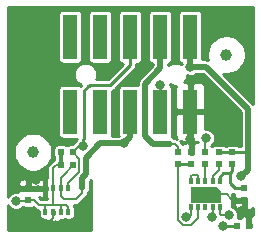
<source format=gbr>
G04 #@! TF.GenerationSoftware,KiCad,Pcbnew,5.1.0-rc2-unknown-4612175~81~ubuntu18.04.1*
G04 #@! TF.CreationDate,2019-03-08T09:09:48+02:00*
G04 #@! TF.ProjectId,MOD-ENV_revB,4d4f442d-454e-4565-9f72-6576422e6b69,rev?*
G04 #@! TF.SameCoordinates,Original*
G04 #@! TF.FileFunction,Copper,L1,Top*
G04 #@! TF.FilePolarity,Positive*
%FSLAX46Y46*%
G04 Gerber Fmt 4.6, Leading zero omitted, Abs format (unit mm)*
G04 Created by KiCad (PCBNEW 5.1.0-rc2-unknown-4612175~81~ubuntu18.04.1) date 2019-03-08 09:09:48*
%MOMM*%
%LPD*%
G04 APERTURE LIST*
%ADD10C,0.010000*%
%ADD11R,1.270000X3.810000*%
%ADD12R,0.550000X0.500000*%
%ADD13R,0.500000X0.550000*%
%ADD14R,0.300000X0.600000*%
%ADD15R,1.800000X1.200000*%
%ADD16R,0.325000X0.500000*%
%ADD17C,1.000000*%
%ADD18C,0.800000*%
%ADD19C,0.203200*%
%ADD20C,0.508000*%
%ADD21C,0.250000*%
%ADD22C,0.355600*%
%ADD23C,0.254000*%
G04 APERTURE END LIST*
D10*
G36*
X95515000Y-72831400D02*
G01*
X95815000Y-73131400D01*
X95815000Y-74031400D01*
X93415000Y-74031400D01*
X93415000Y-72831400D01*
X95515000Y-72831400D01*
G37*
X95515000Y-72831400D02*
X95815000Y-73131400D01*
X95815000Y-74031400D01*
X93415000Y-74031400D01*
X93415000Y-72831400D01*
X95515000Y-72831400D01*
D11*
X93345000Y-60071000D03*
X93345000Y-66421000D03*
X90805000Y-60071000D03*
X90805000Y-66421000D03*
X88265000Y-60071000D03*
X88265000Y-66421000D03*
X85725000Y-60071000D03*
X85725000Y-66421000D03*
X83185000Y-60071000D03*
X83185000Y-66421000D03*
D12*
X93421200Y-69850000D03*
X93421200Y-70866000D03*
D13*
X82382848Y-69837073D03*
X83398848Y-69837073D03*
X82382848Y-70980073D03*
X83398848Y-70980073D03*
D12*
X92278200Y-69850000D03*
X92278200Y-70866000D03*
X94615000Y-69850000D03*
X94615000Y-70866000D03*
X95758000Y-69850000D03*
X95758000Y-70866000D03*
X97917000Y-72898000D03*
X97917000Y-73914000D03*
X96901000Y-70866000D03*
X96901000Y-69850000D03*
D14*
X94015000Y-74531400D03*
X93415000Y-74531400D03*
X95215000Y-74531400D03*
X95815000Y-74531400D03*
X94615000Y-74531400D03*
X93415000Y-72331400D03*
X94015000Y-72331400D03*
X94615000Y-72331400D03*
X95215000Y-72331400D03*
D15*
X94615000Y-73431400D03*
D14*
X95815000Y-72331400D03*
D16*
X81067000Y-74939000D03*
X81717000Y-74939000D03*
X82367000Y-74939000D03*
X83017000Y-74939000D03*
X83017000Y-72889000D03*
X82367000Y-72889000D03*
X81717000Y-72889000D03*
X81067000Y-72889000D03*
D13*
X98298000Y-76073000D03*
X97282000Y-76073000D03*
D12*
X79629000Y-72898000D03*
X79629000Y-73914000D03*
D17*
X80010000Y-69850000D03*
X96393000Y-61595000D03*
D18*
X80289400Y-72186800D03*
X97663000Y-74853800D03*
X93345000Y-68707000D03*
X79462707Y-75651079D03*
X97663000Y-71907400D03*
X78587600Y-73964800D03*
X93012478Y-75310740D03*
X93345000Y-62636400D03*
X96076541Y-76137541D03*
X95167899Y-75359740D03*
X87680800Y-69113400D03*
X96596200Y-75209400D03*
X84270223Y-69335023D03*
X90805000Y-64135000D03*
X94665800Y-68656200D03*
D19*
X81067000Y-72889000D02*
X81067000Y-72329400D01*
X81067000Y-72329400D02*
X80924400Y-72186800D01*
X79629000Y-72313800D02*
X79629000Y-72898000D01*
X79756000Y-72186800D02*
X79629000Y-72313800D01*
X80289400Y-72186800D02*
X79756000Y-72186800D01*
X80924400Y-72186800D02*
X80289400Y-72186800D01*
X94615000Y-73431400D02*
X95718200Y-73431400D01*
X95718200Y-73431400D02*
X95808800Y-73431400D01*
D20*
X93345000Y-66421000D02*
X93345000Y-68707000D01*
D19*
X81458121Y-75651079D02*
X80028392Y-75651079D01*
X80028392Y-75651079D02*
X79462707Y-75651079D01*
X81717000Y-75392200D02*
X81458121Y-75651079D01*
X81717000Y-74939000D02*
X81717000Y-75392200D01*
X95718200Y-73431400D02*
X96418400Y-73431400D01*
X96418400Y-73431400D02*
X96774000Y-73787000D01*
D21*
X93421200Y-68783200D02*
X93345000Y-68707000D01*
X93421200Y-69850000D02*
X93421200Y-68783200D01*
X98298000Y-75488800D02*
X97663000Y-74853800D01*
X98298000Y-76073000D02*
X98298000Y-75488800D01*
X96901000Y-73914000D02*
X97917000Y-73914000D01*
X96774000Y-73787000D02*
X96901000Y-73914000D01*
X97917000Y-74320400D02*
X97917000Y-73914000D01*
X97663000Y-74853800D02*
X97663000Y-74574400D01*
X97663000Y-74574400D02*
X97917000Y-74320400D01*
D19*
X80513600Y-74320400D02*
X80107200Y-73914000D01*
X83017000Y-74485800D02*
X82851600Y-74320400D01*
X80107200Y-73914000D02*
X79629000Y-73914000D01*
X83017000Y-74939000D02*
X83017000Y-74485800D01*
X81067000Y-74939000D02*
X81067000Y-74330200D01*
X81067000Y-74330200D02*
X81076800Y-74320400D01*
X81076800Y-74320400D02*
X80513600Y-74320400D01*
X82367000Y-74485800D02*
X82372200Y-74480600D01*
X82367000Y-74939000D02*
X82367000Y-74485800D01*
X82851600Y-74320400D02*
X82372200Y-74320400D01*
X82372200Y-74480600D02*
X82372200Y-74320400D01*
X81717000Y-74300200D02*
X81737200Y-74320400D01*
X82372200Y-74320400D02*
X81737200Y-74320400D01*
X81717000Y-72889000D02*
X81717000Y-74300200D01*
X81737200Y-74320400D02*
X81076800Y-74320400D01*
X81929648Y-70980073D02*
X82382848Y-70980073D01*
X81717000Y-72889000D02*
X81717000Y-71192721D01*
X81717000Y-71192721D02*
X81929648Y-70980073D01*
D22*
X82382848Y-69837073D02*
X82382848Y-70980073D01*
D19*
X79578200Y-73964800D02*
X79629000Y-73914000D01*
X78587600Y-73964800D02*
X79578200Y-73964800D01*
D20*
X93345000Y-60071000D02*
X93345000Y-61341000D01*
X93345000Y-60071000D02*
X93345000Y-62636400D01*
X98062999Y-71507401D02*
X97663000Y-71907400D01*
X94640400Y-62636400D02*
X98221800Y-66217800D01*
X98221800Y-71348600D02*
X98062999Y-71507401D01*
X93345000Y-62636400D02*
X94640400Y-62636400D01*
D21*
X96141082Y-76073000D02*
X96076541Y-76137541D01*
X97282000Y-76073000D02*
X96141082Y-76073000D01*
X95758000Y-69850000D02*
X96901000Y-69850000D01*
X98145600Y-69850000D02*
X98221800Y-69773800D01*
X96901000Y-69850000D02*
X98145600Y-69850000D01*
D20*
X98221800Y-66217800D02*
X98221800Y-69773800D01*
X98221800Y-69773800D02*
X98221800Y-71348600D01*
D19*
X93243660Y-75310740D02*
X93012478Y-75310740D01*
X93415000Y-74531400D02*
X93415000Y-75139400D01*
X93415000Y-75139400D02*
X93243660Y-75310740D01*
X82367000Y-72011921D02*
X82623921Y-71755000D01*
X82367000Y-72889000D02*
X82367000Y-72011921D01*
X82623921Y-71755000D02*
X83398848Y-70980073D01*
D20*
X88265000Y-68529200D02*
X87680800Y-69113400D01*
X88265000Y-66421000D02*
X88265000Y-68529200D01*
D19*
X82367000Y-72889000D02*
X82367000Y-73604000D01*
X82367000Y-73604000D02*
X82600800Y-73837800D01*
X82600800Y-73837800D02*
X83642200Y-73837800D01*
X84175600Y-73304400D02*
X84175600Y-72923400D01*
X83642200Y-73837800D02*
X84175600Y-73304400D01*
X95215000Y-74531400D02*
X95215000Y-75312639D01*
X95215000Y-75312639D02*
X95167899Y-75359740D01*
D20*
X84175600Y-72056956D02*
X84175600Y-72923400D01*
X84506059Y-71726496D02*
X84175600Y-72056956D01*
X84506059Y-70306941D02*
X84506059Y-71726496D01*
X87680800Y-69113400D02*
X85699600Y-69113400D01*
X85699600Y-69113400D02*
X84506059Y-70306941D01*
D19*
X83017000Y-72429803D02*
X83950449Y-71496354D01*
X83950449Y-70413674D02*
X83398848Y-69862073D01*
X83950449Y-71496354D02*
X83950449Y-70413674D01*
X83017000Y-72889000D02*
X83017000Y-72429803D01*
X83398848Y-69862073D02*
X83398848Y-69837073D01*
X95815000Y-74531400D02*
X95815000Y-75088600D01*
X95935800Y-75209400D02*
X96596200Y-75209400D01*
X95815000Y-75088600D02*
X95935800Y-75209400D01*
X83398848Y-69837073D02*
X83398848Y-69812073D01*
X83398848Y-69812073D02*
X83875898Y-69335023D01*
X83875898Y-69335023D02*
X84270223Y-69335023D01*
D21*
X84338163Y-64632837D02*
X84338163Y-68701398D01*
X88265000Y-62484000D02*
X86558001Y-64190999D01*
X88265000Y-60071000D02*
X88265000Y-62484000D01*
X86558001Y-64190999D02*
X84829999Y-64190999D01*
X84338163Y-68701398D02*
X84270223Y-68769338D01*
X84715001Y-64255999D02*
X84338163Y-64632837D01*
X84829999Y-64190999D02*
X84764999Y-64255999D01*
X84270223Y-68769338D02*
X84270223Y-69335023D01*
X84764999Y-64255999D02*
X84715001Y-64255999D01*
D19*
X94615000Y-68707000D02*
X94640400Y-68681600D01*
X94615000Y-69850000D02*
X94615000Y-68707000D01*
D20*
X94665800Y-68656200D02*
X94640400Y-68681600D01*
D21*
X90805000Y-66421000D02*
X90805000Y-64135000D01*
D19*
X92278200Y-69396800D02*
X92045600Y-69164200D01*
X92278200Y-69850000D02*
X92278200Y-69396800D01*
X92045600Y-69164200D02*
X91592400Y-69164200D01*
D20*
X90190998Y-69164200D02*
X89509600Y-68482802D01*
X91592400Y-69164200D02*
X90190998Y-69164200D01*
X89509600Y-68482802D02*
X89509600Y-64058800D01*
X90805000Y-62763400D02*
X90805000Y-60071000D01*
X89509600Y-64058800D02*
X90805000Y-62763400D01*
D19*
X95215000Y-72331400D02*
X95215000Y-71891600D01*
X95758000Y-71348600D02*
X95758000Y-70866000D01*
X95215000Y-71891600D02*
X95758000Y-71348600D01*
X94615000Y-70866000D02*
X94615000Y-72331400D01*
X94015000Y-75413450D02*
X94015000Y-74531400D01*
X93415849Y-76012601D02*
X94015000Y-75413450D01*
X92678035Y-76012601D02*
X93415849Y-76012601D01*
X92278200Y-70866000D02*
X92278200Y-75612766D01*
X92278200Y-75612766D02*
X92678035Y-76012601D01*
D21*
X92278200Y-70866000D02*
X93421200Y-70866000D01*
D19*
X93958000Y-71771200D02*
X94015000Y-71828200D01*
X93472000Y-71771200D02*
X93958000Y-71771200D01*
X94015000Y-71828200D02*
X94015000Y-72331400D01*
X93415000Y-71828200D02*
X93472000Y-71771200D01*
X93415000Y-72331400D02*
X93415000Y-71828200D01*
D21*
X95815000Y-72331400D02*
X95815000Y-71952000D01*
X95815000Y-71952000D02*
X96139000Y-71628000D01*
X96139000Y-71628000D02*
X96697800Y-71628000D01*
X96901000Y-71424800D02*
X96901000Y-70866000D01*
X96697800Y-71628000D02*
X96901000Y-71424800D01*
X96697800Y-71628000D02*
X96697800Y-72491600D01*
X97104200Y-72898000D02*
X97917000Y-72898000D01*
X96697800Y-72491600D02*
X97104200Y-72898000D01*
D23*
G36*
X84937600Y-76429000D02*
G01*
X77876000Y-76429000D01*
X77876000Y-75824000D01*
X81477000Y-75824000D01*
X81491958Y-75824000D01*
X81479482Y-75821518D01*
X81477000Y-75824000D01*
X77876000Y-75824000D01*
X77876000Y-74287697D01*
X77895487Y-74334742D01*
X77980958Y-74462659D01*
X78089741Y-74571442D01*
X78217658Y-74656913D01*
X78359791Y-74715787D01*
X78510678Y-74745800D01*
X78664522Y-74745800D01*
X78815409Y-74715787D01*
X78957542Y-74656913D01*
X79085459Y-74571442D01*
X79162988Y-74493913D01*
X79207492Y-74517701D01*
X79279311Y-74539487D01*
X79354000Y-74546843D01*
X79904000Y-74546843D01*
X79978689Y-74539487D01*
X80033547Y-74522846D01*
X80155583Y-74644882D01*
X80170699Y-74663301D01*
X80244185Y-74723609D01*
X80328023Y-74768422D01*
X80418994Y-74796017D01*
X80489893Y-74803000D01*
X80489902Y-74803000D01*
X80513599Y-74805334D01*
X80521657Y-74804540D01*
X80521657Y-75189000D01*
X80529013Y-75263689D01*
X80550799Y-75335508D01*
X80586178Y-75401696D01*
X80633789Y-75459711D01*
X80691804Y-75507322D01*
X80757992Y-75542701D01*
X80829811Y-75564487D01*
X80904500Y-75571843D01*
X81046599Y-75571843D01*
X81061263Y-75593789D01*
X81149711Y-75682237D01*
X81253715Y-75751730D01*
X81369277Y-75799597D01*
X81479482Y-75821518D01*
X81589998Y-75711002D01*
X81589998Y-75824000D01*
X81844002Y-75824000D01*
X81942042Y-75824000D01*
X81957000Y-75824000D01*
X81954518Y-75821518D01*
X81942042Y-75824000D01*
X81844002Y-75824000D01*
X81844002Y-75711002D01*
X81954518Y-75821518D01*
X82064723Y-75799597D01*
X82180285Y-75751730D01*
X82284289Y-75682237D01*
X82372737Y-75593789D01*
X82387401Y-75571843D01*
X82529500Y-75571843D01*
X82604189Y-75564487D01*
X82676008Y-75542701D01*
X82692000Y-75534153D01*
X82707992Y-75542701D01*
X82779811Y-75564487D01*
X82854500Y-75571843D01*
X83179500Y-75571843D01*
X83254189Y-75564487D01*
X83326008Y-75542701D01*
X83392196Y-75507322D01*
X83450211Y-75459711D01*
X83497822Y-75401696D01*
X83533201Y-75335508D01*
X83554987Y-75263689D01*
X83562343Y-75189000D01*
X83562343Y-74689000D01*
X83554987Y-74614311D01*
X83533201Y-74542492D01*
X83501718Y-74483592D01*
X83492617Y-74391193D01*
X83472206Y-74323907D01*
X83471142Y-74320400D01*
X83618495Y-74320400D01*
X83642200Y-74322735D01*
X83665905Y-74320400D01*
X83665907Y-74320400D01*
X83736806Y-74313417D01*
X83827777Y-74285822D01*
X83911615Y-74241009D01*
X83985101Y-74180701D01*
X84000217Y-74162282D01*
X84500087Y-73662413D01*
X84518501Y-73647301D01*
X84578809Y-73573815D01*
X84623622Y-73489977D01*
X84630610Y-73466941D01*
X84651217Y-73399007D01*
X84657282Y-73337424D01*
X84706137Y-73277894D01*
X84765102Y-73167580D01*
X84801412Y-73047882D01*
X84810600Y-72954592D01*
X84810600Y-72319980D01*
X84933015Y-72197565D01*
X84937600Y-72193802D01*
X84937600Y-76429000D01*
X84937600Y-76429000D01*
G37*
X84937600Y-76429000D02*
X77876000Y-76429000D01*
X77876000Y-75824000D01*
X81477000Y-75824000D01*
X81491958Y-75824000D01*
X81479482Y-75821518D01*
X81477000Y-75824000D01*
X77876000Y-75824000D01*
X77876000Y-74287697D01*
X77895487Y-74334742D01*
X77980958Y-74462659D01*
X78089741Y-74571442D01*
X78217658Y-74656913D01*
X78359791Y-74715787D01*
X78510678Y-74745800D01*
X78664522Y-74745800D01*
X78815409Y-74715787D01*
X78957542Y-74656913D01*
X79085459Y-74571442D01*
X79162988Y-74493913D01*
X79207492Y-74517701D01*
X79279311Y-74539487D01*
X79354000Y-74546843D01*
X79904000Y-74546843D01*
X79978689Y-74539487D01*
X80033547Y-74522846D01*
X80155583Y-74644882D01*
X80170699Y-74663301D01*
X80244185Y-74723609D01*
X80328023Y-74768422D01*
X80418994Y-74796017D01*
X80489893Y-74803000D01*
X80489902Y-74803000D01*
X80513599Y-74805334D01*
X80521657Y-74804540D01*
X80521657Y-75189000D01*
X80529013Y-75263689D01*
X80550799Y-75335508D01*
X80586178Y-75401696D01*
X80633789Y-75459711D01*
X80691804Y-75507322D01*
X80757992Y-75542701D01*
X80829811Y-75564487D01*
X80904500Y-75571843D01*
X81046599Y-75571843D01*
X81061263Y-75593789D01*
X81149711Y-75682237D01*
X81253715Y-75751730D01*
X81369277Y-75799597D01*
X81479482Y-75821518D01*
X81589998Y-75711002D01*
X81589998Y-75824000D01*
X81844002Y-75824000D01*
X81942042Y-75824000D01*
X81957000Y-75824000D01*
X81954518Y-75821518D01*
X81942042Y-75824000D01*
X81844002Y-75824000D01*
X81844002Y-75711002D01*
X81954518Y-75821518D01*
X82064723Y-75799597D01*
X82180285Y-75751730D01*
X82284289Y-75682237D01*
X82372737Y-75593789D01*
X82387401Y-75571843D01*
X82529500Y-75571843D01*
X82604189Y-75564487D01*
X82676008Y-75542701D01*
X82692000Y-75534153D01*
X82707992Y-75542701D01*
X82779811Y-75564487D01*
X82854500Y-75571843D01*
X83179500Y-75571843D01*
X83254189Y-75564487D01*
X83326008Y-75542701D01*
X83392196Y-75507322D01*
X83450211Y-75459711D01*
X83497822Y-75401696D01*
X83533201Y-75335508D01*
X83554987Y-75263689D01*
X83562343Y-75189000D01*
X83562343Y-74689000D01*
X83554987Y-74614311D01*
X83533201Y-74542492D01*
X83501718Y-74483592D01*
X83492617Y-74391193D01*
X83472206Y-74323907D01*
X83471142Y-74320400D01*
X83618495Y-74320400D01*
X83642200Y-74322735D01*
X83665905Y-74320400D01*
X83665907Y-74320400D01*
X83736806Y-74313417D01*
X83827777Y-74285822D01*
X83911615Y-74241009D01*
X83985101Y-74180701D01*
X84000217Y-74162282D01*
X84500087Y-73662413D01*
X84518501Y-73647301D01*
X84578809Y-73573815D01*
X84623622Y-73489977D01*
X84630610Y-73466941D01*
X84651217Y-73399007D01*
X84657282Y-73337424D01*
X84706137Y-73277894D01*
X84765102Y-73167580D01*
X84801412Y-73047882D01*
X84810600Y-72954592D01*
X84810600Y-72319980D01*
X84933015Y-72197565D01*
X84937600Y-72193802D01*
X84937600Y-76429000D01*
G36*
X96909625Y-73367745D02*
G01*
X96982260Y-73389778D01*
X97005006Y-73396678D01*
X97014894Y-73397652D01*
X97063042Y-73402394D01*
X97031403Y-73478777D01*
X97007000Y-73601458D01*
X97007000Y-73630250D01*
X97165750Y-73789000D01*
X97790000Y-73789000D01*
X97790000Y-73767000D01*
X98044000Y-73767000D01*
X98044000Y-73789000D01*
X98064000Y-73789000D01*
X98064000Y-74039000D01*
X98044000Y-74039000D01*
X98044000Y-74640250D01*
X98202750Y-74799000D01*
X98254542Y-74799000D01*
X98377223Y-74774597D01*
X98492785Y-74726730D01*
X98596789Y-74657237D01*
X98654001Y-74600025D01*
X98654001Y-75171645D01*
X98610542Y-75163000D01*
X98581750Y-75163000D01*
X98423000Y-75321750D01*
X98423000Y-75946000D01*
X98445000Y-75946000D01*
X98445000Y-76200000D01*
X98423000Y-76200000D01*
X98423000Y-76220000D01*
X98173000Y-76220000D01*
X98173000Y-76200000D01*
X98151000Y-76200000D01*
X98151000Y-75946000D01*
X98173000Y-75946000D01*
X98173000Y-75321750D01*
X98014250Y-75163000D01*
X97985458Y-75163000D01*
X97862777Y-75187403D01*
X97747215Y-75235270D01*
X97643211Y-75304763D01*
X97554763Y-75393211D01*
X97539599Y-75415905D01*
X97532000Y-75415157D01*
X97351573Y-75415157D01*
X97377200Y-75286322D01*
X97377200Y-75132478D01*
X97347187Y-74981591D01*
X97288313Y-74839458D01*
X97202842Y-74711541D01*
X97094059Y-74602758D01*
X96966142Y-74517287D01*
X96901000Y-74490304D01*
X96901000Y-74197750D01*
X97007000Y-74197750D01*
X97007000Y-74226542D01*
X97031403Y-74349223D01*
X97079270Y-74464785D01*
X97148763Y-74568789D01*
X97237211Y-74657237D01*
X97341215Y-74726730D01*
X97456777Y-74774597D01*
X97579458Y-74799000D01*
X97631250Y-74799000D01*
X97790000Y-74640250D01*
X97790000Y-74039000D01*
X97165750Y-74039000D01*
X97007000Y-74197750D01*
X96901000Y-74197750D01*
X96901000Y-73363135D01*
X96909625Y-73367745D01*
X96909625Y-73367745D01*
G37*
X96909625Y-73367745D02*
X96982260Y-73389778D01*
X97005006Y-73396678D01*
X97014894Y-73397652D01*
X97063042Y-73402394D01*
X97031403Y-73478777D01*
X97007000Y-73601458D01*
X97007000Y-73630250D01*
X97165750Y-73789000D01*
X97790000Y-73789000D01*
X97790000Y-73767000D01*
X98044000Y-73767000D01*
X98044000Y-73789000D01*
X98064000Y-73789000D01*
X98064000Y-74039000D01*
X98044000Y-74039000D01*
X98044000Y-74640250D01*
X98202750Y-74799000D01*
X98254542Y-74799000D01*
X98377223Y-74774597D01*
X98492785Y-74726730D01*
X98596789Y-74657237D01*
X98654001Y-74600025D01*
X98654001Y-75171645D01*
X98610542Y-75163000D01*
X98581750Y-75163000D01*
X98423000Y-75321750D01*
X98423000Y-75946000D01*
X98445000Y-75946000D01*
X98445000Y-76200000D01*
X98423000Y-76200000D01*
X98423000Y-76220000D01*
X98173000Y-76220000D01*
X98173000Y-76200000D01*
X98151000Y-76200000D01*
X98151000Y-75946000D01*
X98173000Y-75946000D01*
X98173000Y-75321750D01*
X98014250Y-75163000D01*
X97985458Y-75163000D01*
X97862777Y-75187403D01*
X97747215Y-75235270D01*
X97643211Y-75304763D01*
X97554763Y-75393211D01*
X97539599Y-75415905D01*
X97532000Y-75415157D01*
X97351573Y-75415157D01*
X97377200Y-75286322D01*
X97377200Y-75132478D01*
X97347187Y-74981591D01*
X97288313Y-74839458D01*
X97202842Y-74711541D01*
X97094059Y-74602758D01*
X96966142Y-74517287D01*
X96901000Y-74490304D01*
X96901000Y-74197750D01*
X97007000Y-74197750D01*
X97007000Y-74226542D01*
X97031403Y-74349223D01*
X97079270Y-74464785D01*
X97148763Y-74568789D01*
X97237211Y-74657237D01*
X97341215Y-74726730D01*
X97456777Y-74774597D01*
X97579458Y-74799000D01*
X97631250Y-74799000D01*
X97790000Y-74640250D01*
X97790000Y-74039000D01*
X97165750Y-74039000D01*
X97007000Y-74197750D01*
X96901000Y-74197750D01*
X96901000Y-73363135D01*
X96909625Y-73367745D01*
G36*
X81737199Y-74805335D02*
G01*
X81760904Y-74803000D01*
X81798250Y-74803000D01*
X81798250Y-74814000D01*
X81821657Y-74814000D01*
X81821657Y-75064000D01*
X81798250Y-75064000D01*
X81798250Y-75086000D01*
X81635750Y-75086000D01*
X81635750Y-75064000D01*
X81612343Y-75064000D01*
X81612343Y-74814000D01*
X81635750Y-74814000D01*
X81635750Y-74803000D01*
X81713494Y-74803000D01*
X81737199Y-74805335D01*
X81737199Y-74805335D01*
G37*
X81737199Y-74805335D02*
X81760904Y-74803000D01*
X81798250Y-74803000D01*
X81798250Y-74814000D01*
X81821657Y-74814000D01*
X81821657Y-75064000D01*
X81798250Y-75064000D01*
X81798250Y-75086000D01*
X81635750Y-75086000D01*
X81635750Y-75064000D01*
X81612343Y-75064000D01*
X81612343Y-74814000D01*
X81635750Y-74814000D01*
X81635750Y-74803000D01*
X81713494Y-74803000D01*
X81737199Y-74805335D01*
G36*
X98654000Y-65751035D02*
G01*
X98648762Y-65746736D01*
X96117391Y-63215366D01*
X96231179Y-63238000D01*
X96554821Y-63238000D01*
X96872245Y-63174861D01*
X97171252Y-63051008D01*
X97440352Y-62871202D01*
X97669202Y-62642352D01*
X97849008Y-62373252D01*
X97972861Y-62074245D01*
X98036000Y-61756821D01*
X98036000Y-61433179D01*
X97972861Y-61115755D01*
X97849008Y-60816748D01*
X97669202Y-60547648D01*
X97440352Y-60318798D01*
X97171252Y-60138992D01*
X96872245Y-60015139D01*
X96554821Y-59952000D01*
X96231179Y-59952000D01*
X95913755Y-60015139D01*
X95614748Y-60138992D01*
X95345648Y-60318798D01*
X95116798Y-60547648D01*
X94936992Y-60816748D01*
X94813139Y-61115755D01*
X94750000Y-61433179D01*
X94750000Y-61756821D01*
X94802763Y-62022079D01*
X94764882Y-62010588D01*
X94671592Y-62001400D01*
X94671581Y-62001400D01*
X94640400Y-61998329D01*
X94609219Y-62001400D01*
X94360341Y-62001400D01*
X94362843Y-61976000D01*
X94362843Y-58166000D01*
X94355487Y-58091311D01*
X94333701Y-58019492D01*
X94298322Y-57953304D01*
X94250711Y-57895289D01*
X94192696Y-57847678D01*
X94126508Y-57812299D01*
X94054689Y-57790513D01*
X93980000Y-57783157D01*
X92710000Y-57783157D01*
X92635311Y-57790513D01*
X92563492Y-57812299D01*
X92497304Y-57847678D01*
X92439289Y-57895289D01*
X92391678Y-57953304D01*
X92356299Y-58019492D01*
X92334513Y-58091311D01*
X92327157Y-58166000D01*
X92327157Y-61976000D01*
X92334513Y-62050689D01*
X92356299Y-62122508D01*
X92391678Y-62188696D01*
X92439289Y-62246711D01*
X92497304Y-62294322D01*
X92563492Y-62329701D01*
X92619636Y-62346732D01*
X92594013Y-62408591D01*
X92593247Y-62412443D01*
X92539678Y-62376649D01*
X92361147Y-62302699D01*
X92171620Y-62265000D01*
X91978380Y-62265000D01*
X91788853Y-62302699D01*
X91610322Y-62376649D01*
X91449649Y-62484007D01*
X91440000Y-62493656D01*
X91440000Y-62358843D01*
X91514689Y-62351487D01*
X91586508Y-62329701D01*
X91652696Y-62294322D01*
X91710711Y-62246711D01*
X91758322Y-62188696D01*
X91793701Y-62122508D01*
X91815487Y-62050689D01*
X91822843Y-61976000D01*
X91822843Y-58166000D01*
X91815487Y-58091311D01*
X91793701Y-58019492D01*
X91758322Y-57953304D01*
X91710711Y-57895289D01*
X91652696Y-57847678D01*
X91586508Y-57812299D01*
X91514689Y-57790513D01*
X91440000Y-57783157D01*
X90170000Y-57783157D01*
X90095311Y-57790513D01*
X90023492Y-57812299D01*
X89957304Y-57847678D01*
X89899289Y-57895289D01*
X89851678Y-57953304D01*
X89816299Y-58019492D01*
X89794513Y-58091311D01*
X89787157Y-58166000D01*
X89787157Y-61976000D01*
X89794513Y-62050689D01*
X89816299Y-62122508D01*
X89851678Y-62188696D01*
X89899289Y-62246711D01*
X89957304Y-62294322D01*
X90023492Y-62329701D01*
X90095311Y-62351487D01*
X90170000Y-62358843D01*
X90170000Y-62500375D01*
X89082646Y-63587730D01*
X89058416Y-63607615D01*
X89038532Y-63631844D01*
X88979063Y-63704307D01*
X88920098Y-63814621D01*
X88902890Y-63871351D01*
X88883789Y-63934318D01*
X88879928Y-63973520D01*
X88871529Y-64058800D01*
X88874601Y-64089991D01*
X88874601Y-64133157D01*
X87630000Y-64133157D01*
X87555311Y-64140513D01*
X87483492Y-64162299D01*
X87417304Y-64197678D01*
X87359289Y-64245289D01*
X87311678Y-64303304D01*
X87276299Y-64369492D01*
X87254513Y-64441311D01*
X87247157Y-64516000D01*
X87247157Y-68326000D01*
X87254513Y-68400689D01*
X87269204Y-68449119D01*
X87225382Y-68478400D01*
X86710552Y-68478400D01*
X86713701Y-68472508D01*
X86735487Y-68400689D01*
X86742843Y-68326000D01*
X86742843Y-64663696D01*
X86752576Y-64660744D01*
X86840480Y-64613758D01*
X86917528Y-64550526D01*
X86933377Y-64531214D01*
X88605220Y-62859372D01*
X88624527Y-62843527D01*
X88687759Y-62766479D01*
X88734745Y-62678575D01*
X88763678Y-62583193D01*
X88771000Y-62508854D01*
X88771000Y-62508847D01*
X88773447Y-62484001D01*
X88771000Y-62459155D01*
X88771000Y-62358843D01*
X88900000Y-62358843D01*
X88974689Y-62351487D01*
X89046508Y-62329701D01*
X89112696Y-62294322D01*
X89170711Y-62246711D01*
X89218322Y-62188696D01*
X89253701Y-62122508D01*
X89275487Y-62050689D01*
X89282843Y-61976000D01*
X89282843Y-58166000D01*
X89275487Y-58091311D01*
X89253701Y-58019492D01*
X89218322Y-57953304D01*
X89170711Y-57895289D01*
X89112696Y-57847678D01*
X89046508Y-57812299D01*
X88974689Y-57790513D01*
X88900000Y-57783157D01*
X87630000Y-57783157D01*
X87555311Y-57790513D01*
X87483492Y-57812299D01*
X87417304Y-57847678D01*
X87359289Y-57895289D01*
X87311678Y-57953304D01*
X87276299Y-58019492D01*
X87254513Y-58091311D01*
X87247157Y-58166000D01*
X87247157Y-61976000D01*
X87254513Y-62050689D01*
X87276299Y-62122508D01*
X87311678Y-62188696D01*
X87359289Y-62246711D01*
X87417304Y-62294322D01*
X87483492Y-62329701D01*
X87555311Y-62351487D01*
X87630000Y-62358843D01*
X87674565Y-62358843D01*
X86348410Y-63684999D01*
X85334988Y-63684999D01*
X85398301Y-63532147D01*
X85436000Y-63342620D01*
X85436000Y-63149380D01*
X85398301Y-62959853D01*
X85324351Y-62781322D01*
X85216993Y-62620649D01*
X85080351Y-62484007D01*
X84919678Y-62376649D01*
X84741147Y-62302699D01*
X84551620Y-62265000D01*
X84358380Y-62265000D01*
X84168853Y-62302699D01*
X83990322Y-62376649D01*
X83829649Y-62484007D01*
X83693007Y-62620649D01*
X83585649Y-62781322D01*
X83511699Y-62959853D01*
X83474000Y-63149380D01*
X83474000Y-63342620D01*
X83511699Y-63532147D01*
X83585649Y-63710678D01*
X83693007Y-63871351D01*
X83829649Y-64007993D01*
X83990322Y-64115351D01*
X84096201Y-64159208D01*
X84046446Y-64208962D01*
X84032696Y-64197678D01*
X83966508Y-64162299D01*
X83894689Y-64140513D01*
X83820000Y-64133157D01*
X82550000Y-64133157D01*
X82475311Y-64140513D01*
X82403492Y-64162299D01*
X82337304Y-64197678D01*
X82279289Y-64245289D01*
X82231678Y-64303304D01*
X82196299Y-64369492D01*
X82174513Y-64441311D01*
X82167157Y-64516000D01*
X82167157Y-68326000D01*
X82174513Y-68400689D01*
X82196299Y-68472508D01*
X82231678Y-68538696D01*
X82279289Y-68596711D01*
X82337304Y-68644322D01*
X82403492Y-68679701D01*
X82475311Y-68701487D01*
X82550000Y-68708843D01*
X83767734Y-68708843D01*
X83765093Y-68735652D01*
X83663581Y-68837164D01*
X83592878Y-68942980D01*
X83532997Y-68992122D01*
X83517885Y-69010536D01*
X83349191Y-69179230D01*
X83148848Y-69179230D01*
X83074159Y-69186586D01*
X83002340Y-69208372D01*
X82936152Y-69243751D01*
X82890848Y-69280931D01*
X82845544Y-69243751D01*
X82779356Y-69208372D01*
X82707537Y-69186586D01*
X82632848Y-69179230D01*
X82132848Y-69179230D01*
X82058159Y-69186586D01*
X81986340Y-69208372D01*
X81920152Y-69243751D01*
X81862137Y-69291362D01*
X81814526Y-69349377D01*
X81779147Y-69415565D01*
X81757361Y-69487384D01*
X81750005Y-69562073D01*
X81750005Y-70112073D01*
X81757361Y-70186762D01*
X81779147Y-70258581D01*
X81814526Y-70324769D01*
X81824048Y-70336372D01*
X81824049Y-70480774D01*
X81814526Y-70492377D01*
X81802850Y-70514221D01*
X81744071Y-70532051D01*
X81660233Y-70576864D01*
X81586747Y-70637172D01*
X81571631Y-70655591D01*
X81392513Y-70834709D01*
X81374100Y-70849820D01*
X81358989Y-70868233D01*
X81358987Y-70868235D01*
X81313792Y-70923306D01*
X81268978Y-71007145D01*
X81241384Y-71098115D01*
X81232065Y-71192721D01*
X81234401Y-71216436D01*
X81234400Y-72076600D01*
X81148250Y-72162750D01*
X81148250Y-72764000D01*
X81171657Y-72764000D01*
X81171657Y-73014000D01*
X81148250Y-73014000D01*
X81148250Y-73615250D01*
X81234401Y-73701401D01*
X81234401Y-73837800D01*
X81100504Y-73837800D01*
X81076799Y-73835465D01*
X81053094Y-73837800D01*
X80713499Y-73837800D01*
X80649699Y-73774000D01*
X80827000Y-73774000D01*
X80841958Y-73774000D01*
X80829482Y-73771518D01*
X80827000Y-73774000D01*
X80649699Y-73774000D01*
X80524498Y-73648799D01*
X80603715Y-73701730D01*
X80719277Y-73749597D01*
X80829482Y-73771518D01*
X80985750Y-73615250D01*
X80985750Y-73014000D01*
X80428250Y-73014000D01*
X80399750Y-73042500D01*
X80380250Y-73023000D01*
X79756000Y-73023000D01*
X79756000Y-73045000D01*
X79502000Y-73045000D01*
X79502000Y-73023000D01*
X78877750Y-73023000D01*
X78719000Y-73181750D01*
X78719000Y-73194636D01*
X78664522Y-73183800D01*
X78510678Y-73183800D01*
X78359791Y-73213813D01*
X78217658Y-73272687D01*
X78089741Y-73358158D01*
X77980958Y-73466941D01*
X77895487Y-73594858D01*
X77876000Y-73641903D01*
X77876000Y-72585458D01*
X78719000Y-72585458D01*
X78719000Y-72614250D01*
X78877750Y-72773000D01*
X79502000Y-72773000D01*
X79502000Y-72171750D01*
X79756000Y-72171750D01*
X79756000Y-72773000D01*
X80380250Y-72773000D01*
X80408750Y-72744500D01*
X80428250Y-72764000D01*
X80985750Y-72764000D01*
X80985750Y-72162750D01*
X80829482Y-72006482D01*
X80719277Y-72028403D01*
X80603715Y-72076270D01*
X80499711Y-72145763D01*
X80411263Y-72234211D01*
X80401243Y-72249207D01*
X80397237Y-72243211D01*
X80308789Y-72154763D01*
X80204785Y-72085270D01*
X80089223Y-72037403D01*
X79966542Y-72013000D01*
X79914750Y-72013000D01*
X79756000Y-72171750D01*
X79502000Y-72171750D01*
X79343250Y-72013000D01*
X79291458Y-72013000D01*
X79168777Y-72037403D01*
X79053215Y-72085270D01*
X78949211Y-72154763D01*
X78860763Y-72243211D01*
X78791270Y-72347215D01*
X78743403Y-72462777D01*
X78719000Y-72585458D01*
X77876000Y-72585458D01*
X77876000Y-72004000D01*
X80827000Y-72004000D01*
X80829482Y-72006482D01*
X80841958Y-72004000D01*
X80827000Y-72004000D01*
X77876000Y-72004000D01*
X77876000Y-69688179D01*
X78367000Y-69688179D01*
X78367000Y-70011821D01*
X78430139Y-70329245D01*
X78553992Y-70628252D01*
X78733798Y-70897352D01*
X78962648Y-71126202D01*
X79231748Y-71306008D01*
X79530755Y-71429861D01*
X79848179Y-71493000D01*
X80171821Y-71493000D01*
X80489245Y-71429861D01*
X80788252Y-71306008D01*
X81057352Y-71126202D01*
X81286202Y-70897352D01*
X81466008Y-70628252D01*
X81589861Y-70329245D01*
X81653000Y-70011821D01*
X81653000Y-69688179D01*
X81589861Y-69370755D01*
X81466008Y-69071748D01*
X81286202Y-68802648D01*
X81057352Y-68573798D01*
X80788252Y-68393992D01*
X80489245Y-68270139D01*
X80171821Y-68207000D01*
X79848179Y-68207000D01*
X79530755Y-68270139D01*
X79231748Y-68393992D01*
X78962648Y-68573798D01*
X78733798Y-68802648D01*
X78553992Y-69071748D01*
X78430139Y-69370755D01*
X78367000Y-69688179D01*
X77876000Y-69688179D01*
X77876000Y-58166000D01*
X82167157Y-58166000D01*
X82167157Y-61976000D01*
X82174513Y-62050689D01*
X82196299Y-62122508D01*
X82231678Y-62188696D01*
X82279289Y-62246711D01*
X82337304Y-62294322D01*
X82403492Y-62329701D01*
X82475311Y-62351487D01*
X82550000Y-62358843D01*
X83820000Y-62358843D01*
X83894689Y-62351487D01*
X83966508Y-62329701D01*
X84032696Y-62294322D01*
X84090711Y-62246711D01*
X84138322Y-62188696D01*
X84173701Y-62122508D01*
X84195487Y-62050689D01*
X84202843Y-61976000D01*
X84202843Y-58166000D01*
X84707157Y-58166000D01*
X84707157Y-61976000D01*
X84714513Y-62050689D01*
X84736299Y-62122508D01*
X84771678Y-62188696D01*
X84819289Y-62246711D01*
X84877304Y-62294322D01*
X84943492Y-62329701D01*
X85015311Y-62351487D01*
X85090000Y-62358843D01*
X86360000Y-62358843D01*
X86434689Y-62351487D01*
X86506508Y-62329701D01*
X86572696Y-62294322D01*
X86630711Y-62246711D01*
X86678322Y-62188696D01*
X86713701Y-62122508D01*
X86735487Y-62050689D01*
X86742843Y-61976000D01*
X86742843Y-58166000D01*
X86735487Y-58091311D01*
X86713701Y-58019492D01*
X86678322Y-57953304D01*
X86630711Y-57895289D01*
X86572696Y-57847678D01*
X86506508Y-57812299D01*
X86434689Y-57790513D01*
X86360000Y-57783157D01*
X85090000Y-57783157D01*
X85015311Y-57790513D01*
X84943492Y-57812299D01*
X84877304Y-57847678D01*
X84819289Y-57895289D01*
X84771678Y-57953304D01*
X84736299Y-58019492D01*
X84714513Y-58091311D01*
X84707157Y-58166000D01*
X84202843Y-58166000D01*
X84195487Y-58091311D01*
X84173701Y-58019492D01*
X84138322Y-57953304D01*
X84090711Y-57895289D01*
X84032696Y-57847678D01*
X83966508Y-57812299D01*
X83894689Y-57790513D01*
X83820000Y-57783157D01*
X82550000Y-57783157D01*
X82475311Y-57790513D01*
X82403492Y-57812299D01*
X82337304Y-57847678D01*
X82279289Y-57895289D01*
X82231678Y-57953304D01*
X82196299Y-58019492D01*
X82174513Y-58091311D01*
X82167157Y-58166000D01*
X77876000Y-58166000D01*
X77876000Y-57556000D01*
X98654000Y-57556000D01*
X98654000Y-65751035D01*
X98654000Y-65751035D01*
G37*
X98654000Y-65751035D02*
X98648762Y-65746736D01*
X96117391Y-63215366D01*
X96231179Y-63238000D01*
X96554821Y-63238000D01*
X96872245Y-63174861D01*
X97171252Y-63051008D01*
X97440352Y-62871202D01*
X97669202Y-62642352D01*
X97849008Y-62373252D01*
X97972861Y-62074245D01*
X98036000Y-61756821D01*
X98036000Y-61433179D01*
X97972861Y-61115755D01*
X97849008Y-60816748D01*
X97669202Y-60547648D01*
X97440352Y-60318798D01*
X97171252Y-60138992D01*
X96872245Y-60015139D01*
X96554821Y-59952000D01*
X96231179Y-59952000D01*
X95913755Y-60015139D01*
X95614748Y-60138992D01*
X95345648Y-60318798D01*
X95116798Y-60547648D01*
X94936992Y-60816748D01*
X94813139Y-61115755D01*
X94750000Y-61433179D01*
X94750000Y-61756821D01*
X94802763Y-62022079D01*
X94764882Y-62010588D01*
X94671592Y-62001400D01*
X94671581Y-62001400D01*
X94640400Y-61998329D01*
X94609219Y-62001400D01*
X94360341Y-62001400D01*
X94362843Y-61976000D01*
X94362843Y-58166000D01*
X94355487Y-58091311D01*
X94333701Y-58019492D01*
X94298322Y-57953304D01*
X94250711Y-57895289D01*
X94192696Y-57847678D01*
X94126508Y-57812299D01*
X94054689Y-57790513D01*
X93980000Y-57783157D01*
X92710000Y-57783157D01*
X92635311Y-57790513D01*
X92563492Y-57812299D01*
X92497304Y-57847678D01*
X92439289Y-57895289D01*
X92391678Y-57953304D01*
X92356299Y-58019492D01*
X92334513Y-58091311D01*
X92327157Y-58166000D01*
X92327157Y-61976000D01*
X92334513Y-62050689D01*
X92356299Y-62122508D01*
X92391678Y-62188696D01*
X92439289Y-62246711D01*
X92497304Y-62294322D01*
X92563492Y-62329701D01*
X92619636Y-62346732D01*
X92594013Y-62408591D01*
X92593247Y-62412443D01*
X92539678Y-62376649D01*
X92361147Y-62302699D01*
X92171620Y-62265000D01*
X91978380Y-62265000D01*
X91788853Y-62302699D01*
X91610322Y-62376649D01*
X91449649Y-62484007D01*
X91440000Y-62493656D01*
X91440000Y-62358843D01*
X91514689Y-62351487D01*
X91586508Y-62329701D01*
X91652696Y-62294322D01*
X91710711Y-62246711D01*
X91758322Y-62188696D01*
X91793701Y-62122508D01*
X91815487Y-62050689D01*
X91822843Y-61976000D01*
X91822843Y-58166000D01*
X91815487Y-58091311D01*
X91793701Y-58019492D01*
X91758322Y-57953304D01*
X91710711Y-57895289D01*
X91652696Y-57847678D01*
X91586508Y-57812299D01*
X91514689Y-57790513D01*
X91440000Y-57783157D01*
X90170000Y-57783157D01*
X90095311Y-57790513D01*
X90023492Y-57812299D01*
X89957304Y-57847678D01*
X89899289Y-57895289D01*
X89851678Y-57953304D01*
X89816299Y-58019492D01*
X89794513Y-58091311D01*
X89787157Y-58166000D01*
X89787157Y-61976000D01*
X89794513Y-62050689D01*
X89816299Y-62122508D01*
X89851678Y-62188696D01*
X89899289Y-62246711D01*
X89957304Y-62294322D01*
X90023492Y-62329701D01*
X90095311Y-62351487D01*
X90170000Y-62358843D01*
X90170000Y-62500375D01*
X89082646Y-63587730D01*
X89058416Y-63607615D01*
X89038532Y-63631844D01*
X88979063Y-63704307D01*
X88920098Y-63814621D01*
X88902890Y-63871351D01*
X88883789Y-63934318D01*
X88879928Y-63973520D01*
X88871529Y-64058800D01*
X88874601Y-64089991D01*
X88874601Y-64133157D01*
X87630000Y-64133157D01*
X87555311Y-64140513D01*
X87483492Y-64162299D01*
X87417304Y-64197678D01*
X87359289Y-64245289D01*
X87311678Y-64303304D01*
X87276299Y-64369492D01*
X87254513Y-64441311D01*
X87247157Y-64516000D01*
X87247157Y-68326000D01*
X87254513Y-68400689D01*
X87269204Y-68449119D01*
X87225382Y-68478400D01*
X86710552Y-68478400D01*
X86713701Y-68472508D01*
X86735487Y-68400689D01*
X86742843Y-68326000D01*
X86742843Y-64663696D01*
X86752576Y-64660744D01*
X86840480Y-64613758D01*
X86917528Y-64550526D01*
X86933377Y-64531214D01*
X88605220Y-62859372D01*
X88624527Y-62843527D01*
X88687759Y-62766479D01*
X88734745Y-62678575D01*
X88763678Y-62583193D01*
X88771000Y-62508854D01*
X88771000Y-62508847D01*
X88773447Y-62484001D01*
X88771000Y-62459155D01*
X88771000Y-62358843D01*
X88900000Y-62358843D01*
X88974689Y-62351487D01*
X89046508Y-62329701D01*
X89112696Y-62294322D01*
X89170711Y-62246711D01*
X89218322Y-62188696D01*
X89253701Y-62122508D01*
X89275487Y-62050689D01*
X89282843Y-61976000D01*
X89282843Y-58166000D01*
X89275487Y-58091311D01*
X89253701Y-58019492D01*
X89218322Y-57953304D01*
X89170711Y-57895289D01*
X89112696Y-57847678D01*
X89046508Y-57812299D01*
X88974689Y-57790513D01*
X88900000Y-57783157D01*
X87630000Y-57783157D01*
X87555311Y-57790513D01*
X87483492Y-57812299D01*
X87417304Y-57847678D01*
X87359289Y-57895289D01*
X87311678Y-57953304D01*
X87276299Y-58019492D01*
X87254513Y-58091311D01*
X87247157Y-58166000D01*
X87247157Y-61976000D01*
X87254513Y-62050689D01*
X87276299Y-62122508D01*
X87311678Y-62188696D01*
X87359289Y-62246711D01*
X87417304Y-62294322D01*
X87483492Y-62329701D01*
X87555311Y-62351487D01*
X87630000Y-62358843D01*
X87674565Y-62358843D01*
X86348410Y-63684999D01*
X85334988Y-63684999D01*
X85398301Y-63532147D01*
X85436000Y-63342620D01*
X85436000Y-63149380D01*
X85398301Y-62959853D01*
X85324351Y-62781322D01*
X85216993Y-62620649D01*
X85080351Y-62484007D01*
X84919678Y-62376649D01*
X84741147Y-62302699D01*
X84551620Y-62265000D01*
X84358380Y-62265000D01*
X84168853Y-62302699D01*
X83990322Y-62376649D01*
X83829649Y-62484007D01*
X83693007Y-62620649D01*
X83585649Y-62781322D01*
X83511699Y-62959853D01*
X83474000Y-63149380D01*
X83474000Y-63342620D01*
X83511699Y-63532147D01*
X83585649Y-63710678D01*
X83693007Y-63871351D01*
X83829649Y-64007993D01*
X83990322Y-64115351D01*
X84096201Y-64159208D01*
X84046446Y-64208962D01*
X84032696Y-64197678D01*
X83966508Y-64162299D01*
X83894689Y-64140513D01*
X83820000Y-64133157D01*
X82550000Y-64133157D01*
X82475311Y-64140513D01*
X82403492Y-64162299D01*
X82337304Y-64197678D01*
X82279289Y-64245289D01*
X82231678Y-64303304D01*
X82196299Y-64369492D01*
X82174513Y-64441311D01*
X82167157Y-64516000D01*
X82167157Y-68326000D01*
X82174513Y-68400689D01*
X82196299Y-68472508D01*
X82231678Y-68538696D01*
X82279289Y-68596711D01*
X82337304Y-68644322D01*
X82403492Y-68679701D01*
X82475311Y-68701487D01*
X82550000Y-68708843D01*
X83767734Y-68708843D01*
X83765093Y-68735652D01*
X83663581Y-68837164D01*
X83592878Y-68942980D01*
X83532997Y-68992122D01*
X83517885Y-69010536D01*
X83349191Y-69179230D01*
X83148848Y-69179230D01*
X83074159Y-69186586D01*
X83002340Y-69208372D01*
X82936152Y-69243751D01*
X82890848Y-69280931D01*
X82845544Y-69243751D01*
X82779356Y-69208372D01*
X82707537Y-69186586D01*
X82632848Y-69179230D01*
X82132848Y-69179230D01*
X82058159Y-69186586D01*
X81986340Y-69208372D01*
X81920152Y-69243751D01*
X81862137Y-69291362D01*
X81814526Y-69349377D01*
X81779147Y-69415565D01*
X81757361Y-69487384D01*
X81750005Y-69562073D01*
X81750005Y-70112073D01*
X81757361Y-70186762D01*
X81779147Y-70258581D01*
X81814526Y-70324769D01*
X81824048Y-70336372D01*
X81824049Y-70480774D01*
X81814526Y-70492377D01*
X81802850Y-70514221D01*
X81744071Y-70532051D01*
X81660233Y-70576864D01*
X81586747Y-70637172D01*
X81571631Y-70655591D01*
X81392513Y-70834709D01*
X81374100Y-70849820D01*
X81358989Y-70868233D01*
X81358987Y-70868235D01*
X81313792Y-70923306D01*
X81268978Y-71007145D01*
X81241384Y-71098115D01*
X81232065Y-71192721D01*
X81234401Y-71216436D01*
X81234400Y-72076600D01*
X81148250Y-72162750D01*
X81148250Y-72764000D01*
X81171657Y-72764000D01*
X81171657Y-73014000D01*
X81148250Y-73014000D01*
X81148250Y-73615250D01*
X81234401Y-73701401D01*
X81234401Y-73837800D01*
X81100504Y-73837800D01*
X81076799Y-73835465D01*
X81053094Y-73837800D01*
X80713499Y-73837800D01*
X80649699Y-73774000D01*
X80827000Y-73774000D01*
X80841958Y-73774000D01*
X80829482Y-73771518D01*
X80827000Y-73774000D01*
X80649699Y-73774000D01*
X80524498Y-73648799D01*
X80603715Y-73701730D01*
X80719277Y-73749597D01*
X80829482Y-73771518D01*
X80985750Y-73615250D01*
X80985750Y-73014000D01*
X80428250Y-73014000D01*
X80399750Y-73042500D01*
X80380250Y-73023000D01*
X79756000Y-73023000D01*
X79756000Y-73045000D01*
X79502000Y-73045000D01*
X79502000Y-73023000D01*
X78877750Y-73023000D01*
X78719000Y-73181750D01*
X78719000Y-73194636D01*
X78664522Y-73183800D01*
X78510678Y-73183800D01*
X78359791Y-73213813D01*
X78217658Y-73272687D01*
X78089741Y-73358158D01*
X77980958Y-73466941D01*
X77895487Y-73594858D01*
X77876000Y-73641903D01*
X77876000Y-72585458D01*
X78719000Y-72585458D01*
X78719000Y-72614250D01*
X78877750Y-72773000D01*
X79502000Y-72773000D01*
X79502000Y-72171750D01*
X79756000Y-72171750D01*
X79756000Y-72773000D01*
X80380250Y-72773000D01*
X80408750Y-72744500D01*
X80428250Y-72764000D01*
X80985750Y-72764000D01*
X80985750Y-72162750D01*
X80829482Y-72006482D01*
X80719277Y-72028403D01*
X80603715Y-72076270D01*
X80499711Y-72145763D01*
X80411263Y-72234211D01*
X80401243Y-72249207D01*
X80397237Y-72243211D01*
X80308789Y-72154763D01*
X80204785Y-72085270D01*
X80089223Y-72037403D01*
X79966542Y-72013000D01*
X79914750Y-72013000D01*
X79756000Y-72171750D01*
X79502000Y-72171750D01*
X79343250Y-72013000D01*
X79291458Y-72013000D01*
X79168777Y-72037403D01*
X79053215Y-72085270D01*
X78949211Y-72154763D01*
X78860763Y-72243211D01*
X78791270Y-72347215D01*
X78743403Y-72462777D01*
X78719000Y-72585458D01*
X77876000Y-72585458D01*
X77876000Y-72004000D01*
X80827000Y-72004000D01*
X80829482Y-72006482D01*
X80841958Y-72004000D01*
X80827000Y-72004000D01*
X77876000Y-72004000D01*
X77876000Y-69688179D01*
X78367000Y-69688179D01*
X78367000Y-70011821D01*
X78430139Y-70329245D01*
X78553992Y-70628252D01*
X78733798Y-70897352D01*
X78962648Y-71126202D01*
X79231748Y-71306008D01*
X79530755Y-71429861D01*
X79848179Y-71493000D01*
X80171821Y-71493000D01*
X80489245Y-71429861D01*
X80788252Y-71306008D01*
X81057352Y-71126202D01*
X81286202Y-70897352D01*
X81466008Y-70628252D01*
X81589861Y-70329245D01*
X81653000Y-70011821D01*
X81653000Y-69688179D01*
X81589861Y-69370755D01*
X81466008Y-69071748D01*
X81286202Y-68802648D01*
X81057352Y-68573798D01*
X80788252Y-68393992D01*
X80489245Y-68270139D01*
X80171821Y-68207000D01*
X79848179Y-68207000D01*
X79530755Y-68270139D01*
X79231748Y-68393992D01*
X78962648Y-68573798D01*
X78733798Y-68802648D01*
X78553992Y-69071748D01*
X78430139Y-69370755D01*
X78367000Y-69688179D01*
X77876000Y-69688179D01*
X77876000Y-58166000D01*
X82167157Y-58166000D01*
X82167157Y-61976000D01*
X82174513Y-62050689D01*
X82196299Y-62122508D01*
X82231678Y-62188696D01*
X82279289Y-62246711D01*
X82337304Y-62294322D01*
X82403492Y-62329701D01*
X82475311Y-62351487D01*
X82550000Y-62358843D01*
X83820000Y-62358843D01*
X83894689Y-62351487D01*
X83966508Y-62329701D01*
X84032696Y-62294322D01*
X84090711Y-62246711D01*
X84138322Y-62188696D01*
X84173701Y-62122508D01*
X84195487Y-62050689D01*
X84202843Y-61976000D01*
X84202843Y-58166000D01*
X84707157Y-58166000D01*
X84707157Y-61976000D01*
X84714513Y-62050689D01*
X84736299Y-62122508D01*
X84771678Y-62188696D01*
X84819289Y-62246711D01*
X84877304Y-62294322D01*
X84943492Y-62329701D01*
X85015311Y-62351487D01*
X85090000Y-62358843D01*
X86360000Y-62358843D01*
X86434689Y-62351487D01*
X86506508Y-62329701D01*
X86572696Y-62294322D01*
X86630711Y-62246711D01*
X86678322Y-62188696D01*
X86713701Y-62122508D01*
X86735487Y-62050689D01*
X86742843Y-61976000D01*
X86742843Y-58166000D01*
X86735487Y-58091311D01*
X86713701Y-58019492D01*
X86678322Y-57953304D01*
X86630711Y-57895289D01*
X86572696Y-57847678D01*
X86506508Y-57812299D01*
X86434689Y-57790513D01*
X86360000Y-57783157D01*
X85090000Y-57783157D01*
X85015311Y-57790513D01*
X84943492Y-57812299D01*
X84877304Y-57847678D01*
X84819289Y-57895289D01*
X84771678Y-57953304D01*
X84736299Y-58019492D01*
X84714513Y-58091311D01*
X84707157Y-58166000D01*
X84202843Y-58166000D01*
X84195487Y-58091311D01*
X84173701Y-58019492D01*
X84138322Y-57953304D01*
X84090711Y-57895289D01*
X84032696Y-57847678D01*
X83966508Y-57812299D01*
X83894689Y-57790513D01*
X83820000Y-57783157D01*
X82550000Y-57783157D01*
X82475311Y-57790513D01*
X82403492Y-57812299D01*
X82337304Y-57847678D01*
X82279289Y-57895289D01*
X82231678Y-57953304D01*
X82196299Y-58019492D01*
X82174513Y-58091311D01*
X82167157Y-58166000D01*
X77876000Y-58166000D01*
X77876000Y-57556000D01*
X98654000Y-57556000D01*
X98654000Y-65751035D01*
G36*
X97586800Y-66480826D02*
G01*
X97586801Y-69344000D01*
X97458784Y-69344000D01*
X97446711Y-69329289D01*
X97388696Y-69281678D01*
X97322508Y-69246299D01*
X97250689Y-69224513D01*
X97176000Y-69217157D01*
X96626000Y-69217157D01*
X96551311Y-69224513D01*
X96479492Y-69246299D01*
X96413304Y-69281678D01*
X96355289Y-69329289D01*
X96343216Y-69344000D01*
X96315784Y-69344000D01*
X96303711Y-69329289D01*
X96245696Y-69281678D01*
X96179508Y-69246299D01*
X96107689Y-69224513D01*
X96033000Y-69217157D01*
X95483000Y-69217157D01*
X95408311Y-69224513D01*
X95336492Y-69246299D01*
X95270304Y-69281678D01*
X95212289Y-69329289D01*
X95186500Y-69360713D01*
X95160711Y-69329289D01*
X95117404Y-69293748D01*
X95163659Y-69262842D01*
X95272442Y-69154059D01*
X95357913Y-69026142D01*
X95416787Y-68884009D01*
X95446800Y-68733122D01*
X95446800Y-68579278D01*
X95416787Y-68428391D01*
X95357913Y-68286258D01*
X95272442Y-68158341D01*
X95163659Y-68049558D01*
X95035742Y-67964087D01*
X94893609Y-67905213D01*
X94742722Y-67875200D01*
X94615000Y-67875200D01*
X94615000Y-66706750D01*
X94456250Y-66548000D01*
X93472000Y-66548000D01*
X93472000Y-68802250D01*
X93630750Y-68961000D01*
X93946704Y-68961000D01*
X93973687Y-69026142D01*
X93975052Y-69028185D01*
X93881423Y-68989403D01*
X93758742Y-68965000D01*
X93706950Y-68965000D01*
X93548200Y-69123750D01*
X93548200Y-69725000D01*
X93568200Y-69725000D01*
X93568200Y-69975000D01*
X93548200Y-69975000D01*
X93548200Y-69997000D01*
X93294200Y-69997000D01*
X93294200Y-69975000D01*
X93274200Y-69975000D01*
X93274200Y-69725000D01*
X93294200Y-69725000D01*
X93294200Y-69123750D01*
X93135450Y-68965000D01*
X93083658Y-68965000D01*
X92960977Y-68989403D01*
X92845415Y-69037270D01*
X92741411Y-69106763D01*
X92695126Y-69153048D01*
X92681409Y-69127385D01*
X92621101Y-69053899D01*
X92602682Y-69038783D01*
X92483327Y-68919428D01*
X92524777Y-68936597D01*
X92647458Y-68961000D01*
X93059250Y-68961000D01*
X93218000Y-68802250D01*
X93218000Y-66548000D01*
X92233750Y-66548000D01*
X92075000Y-66706750D01*
X92075000Y-68388542D01*
X92099403Y-68511223D01*
X92147270Y-68626785D01*
X92200854Y-68706980D01*
X92140206Y-68688583D01*
X92069307Y-68681600D01*
X92069305Y-68681600D01*
X92045600Y-68679265D01*
X92021895Y-68681600D01*
X92005306Y-68681600D01*
X91946894Y-68633663D01*
X91836580Y-68574698D01*
X91750264Y-68548514D01*
X91758322Y-68538696D01*
X91793701Y-68472508D01*
X91815487Y-68400689D01*
X91822843Y-68326000D01*
X91822843Y-64516000D01*
X91815487Y-64441311D01*
X91793701Y-64369492D01*
X91758322Y-64303304D01*
X91710711Y-64245289D01*
X91652696Y-64197678D01*
X91586508Y-64162299D01*
X91586000Y-64162145D01*
X91586000Y-64099100D01*
X91610322Y-64115351D01*
X91788853Y-64189301D01*
X91978380Y-64227000D01*
X92142389Y-64227000D01*
X92099403Y-64330777D01*
X92075000Y-64453458D01*
X92075000Y-66135250D01*
X92233750Y-66294000D01*
X93218000Y-66294000D01*
X93218000Y-64039750D01*
X93472000Y-64039750D01*
X93472000Y-66294000D01*
X94456250Y-66294000D01*
X94615000Y-66135250D01*
X94615000Y-64453458D01*
X94590597Y-64330777D01*
X94542730Y-64215215D01*
X94473237Y-64111211D01*
X94384789Y-64022763D01*
X94280785Y-63953270D01*
X94165223Y-63905403D01*
X94042542Y-63881000D01*
X93630750Y-63881000D01*
X93472000Y-64039750D01*
X93218000Y-64039750D01*
X93059250Y-63881000D01*
X92827344Y-63881000D01*
X92836993Y-63871351D01*
X92944351Y-63710678D01*
X93018301Y-63532147D01*
X93052431Y-63360562D01*
X93117191Y-63387387D01*
X93268078Y-63417400D01*
X93421922Y-63417400D01*
X93572809Y-63387387D01*
X93714942Y-63328513D01*
X93800418Y-63271400D01*
X94377376Y-63271400D01*
X97586800Y-66480826D01*
X97586800Y-66480826D01*
G37*
X97586800Y-66480826D02*
X97586801Y-69344000D01*
X97458784Y-69344000D01*
X97446711Y-69329289D01*
X97388696Y-69281678D01*
X97322508Y-69246299D01*
X97250689Y-69224513D01*
X97176000Y-69217157D01*
X96626000Y-69217157D01*
X96551311Y-69224513D01*
X96479492Y-69246299D01*
X96413304Y-69281678D01*
X96355289Y-69329289D01*
X96343216Y-69344000D01*
X96315784Y-69344000D01*
X96303711Y-69329289D01*
X96245696Y-69281678D01*
X96179508Y-69246299D01*
X96107689Y-69224513D01*
X96033000Y-69217157D01*
X95483000Y-69217157D01*
X95408311Y-69224513D01*
X95336492Y-69246299D01*
X95270304Y-69281678D01*
X95212289Y-69329289D01*
X95186500Y-69360713D01*
X95160711Y-69329289D01*
X95117404Y-69293748D01*
X95163659Y-69262842D01*
X95272442Y-69154059D01*
X95357913Y-69026142D01*
X95416787Y-68884009D01*
X95446800Y-68733122D01*
X95446800Y-68579278D01*
X95416787Y-68428391D01*
X95357913Y-68286258D01*
X95272442Y-68158341D01*
X95163659Y-68049558D01*
X95035742Y-67964087D01*
X94893609Y-67905213D01*
X94742722Y-67875200D01*
X94615000Y-67875200D01*
X94615000Y-66706750D01*
X94456250Y-66548000D01*
X93472000Y-66548000D01*
X93472000Y-68802250D01*
X93630750Y-68961000D01*
X93946704Y-68961000D01*
X93973687Y-69026142D01*
X93975052Y-69028185D01*
X93881423Y-68989403D01*
X93758742Y-68965000D01*
X93706950Y-68965000D01*
X93548200Y-69123750D01*
X93548200Y-69725000D01*
X93568200Y-69725000D01*
X93568200Y-69975000D01*
X93548200Y-69975000D01*
X93548200Y-69997000D01*
X93294200Y-69997000D01*
X93294200Y-69975000D01*
X93274200Y-69975000D01*
X93274200Y-69725000D01*
X93294200Y-69725000D01*
X93294200Y-69123750D01*
X93135450Y-68965000D01*
X93083658Y-68965000D01*
X92960977Y-68989403D01*
X92845415Y-69037270D01*
X92741411Y-69106763D01*
X92695126Y-69153048D01*
X92681409Y-69127385D01*
X92621101Y-69053899D01*
X92602682Y-69038783D01*
X92483327Y-68919428D01*
X92524777Y-68936597D01*
X92647458Y-68961000D01*
X93059250Y-68961000D01*
X93218000Y-68802250D01*
X93218000Y-66548000D01*
X92233750Y-66548000D01*
X92075000Y-66706750D01*
X92075000Y-68388542D01*
X92099403Y-68511223D01*
X92147270Y-68626785D01*
X92200854Y-68706980D01*
X92140206Y-68688583D01*
X92069307Y-68681600D01*
X92069305Y-68681600D01*
X92045600Y-68679265D01*
X92021895Y-68681600D01*
X92005306Y-68681600D01*
X91946894Y-68633663D01*
X91836580Y-68574698D01*
X91750264Y-68548514D01*
X91758322Y-68538696D01*
X91793701Y-68472508D01*
X91815487Y-68400689D01*
X91822843Y-68326000D01*
X91822843Y-64516000D01*
X91815487Y-64441311D01*
X91793701Y-64369492D01*
X91758322Y-64303304D01*
X91710711Y-64245289D01*
X91652696Y-64197678D01*
X91586508Y-64162299D01*
X91586000Y-64162145D01*
X91586000Y-64099100D01*
X91610322Y-64115351D01*
X91788853Y-64189301D01*
X91978380Y-64227000D01*
X92142389Y-64227000D01*
X92099403Y-64330777D01*
X92075000Y-64453458D01*
X92075000Y-66135250D01*
X92233750Y-66294000D01*
X93218000Y-66294000D01*
X93218000Y-64039750D01*
X93472000Y-64039750D01*
X93472000Y-66294000D01*
X94456250Y-66294000D01*
X94615000Y-66135250D01*
X94615000Y-64453458D01*
X94590597Y-64330777D01*
X94542730Y-64215215D01*
X94473237Y-64111211D01*
X94384789Y-64022763D01*
X94280785Y-63953270D01*
X94165223Y-63905403D01*
X94042542Y-63881000D01*
X93630750Y-63881000D01*
X93472000Y-64039750D01*
X93218000Y-64039750D01*
X93059250Y-63881000D01*
X92827344Y-63881000D01*
X92836993Y-63871351D01*
X92944351Y-63710678D01*
X93018301Y-63532147D01*
X93052431Y-63360562D01*
X93117191Y-63387387D01*
X93268078Y-63417400D01*
X93421922Y-63417400D01*
X93572809Y-63387387D01*
X93714942Y-63328513D01*
X93800418Y-63271400D01*
X94377376Y-63271400D01*
X97586800Y-66480826D01*
M02*

</source>
